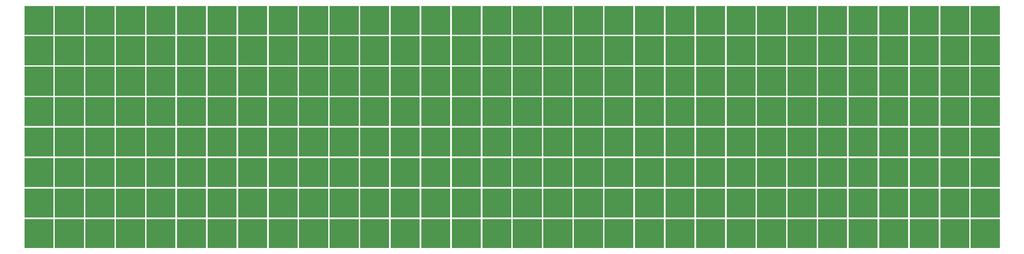
<source format=gts>
G04 #@! TF.GenerationSoftware,KiCad,Pcbnew,6.0.8+dfsg-1~bpo11+1*
G04 #@! TF.CreationDate,2023-05-15T15:14:38-04:00*
G04 #@! TF.ProjectId,08_padded_interleaved_loose,30385f70-6164-4646-9564-5f696e746572,rev?*
G04 #@! TF.SameCoordinates,Original*
G04 #@! TF.FileFunction,Soldermask,Top*
G04 #@! TF.FilePolarity,Negative*
%FSLAX46Y46*%
G04 Gerber Fmt 4.6, Leading zero omitted, Abs format (unit mm)*
G04 Created by KiCad (PCBNEW 6.0.8+dfsg-1~bpo11+1) date 2023-05-15 15:14:38*
%MOMM*%
%LPD*%
G01*
G04 APERTURE LIST*
G04 APERTURE END LIST*
G36*
X63235000Y-56155000D02*
G01*
X68935000Y-56155000D01*
X68935000Y-61855000D01*
X63235000Y-61855000D01*
X63235000Y-56155000D01*
G37*
G36*
X63235000Y-62155000D02*
G01*
X68935000Y-62155000D01*
X68935000Y-67855000D01*
X63235000Y-67855000D01*
X63235000Y-62155000D01*
G37*
G36*
X63235000Y-68155000D02*
G01*
X68935000Y-68155000D01*
X68935000Y-73855000D01*
X63235000Y-73855000D01*
X63235000Y-68155000D01*
G37*
G36*
X63235000Y-74155000D02*
G01*
X68935000Y-74155000D01*
X68935000Y-79855000D01*
X63235000Y-79855000D01*
X63235000Y-74155000D01*
G37*
G36*
X63235000Y-80155000D02*
G01*
X68935000Y-80155000D01*
X68935000Y-85855000D01*
X63235000Y-85855000D01*
X63235000Y-80155000D01*
G37*
G36*
X63235000Y-86155000D02*
G01*
X68935000Y-86155000D01*
X68935000Y-91855000D01*
X63235000Y-91855000D01*
X63235000Y-86155000D01*
G37*
G36*
X63235000Y-92155000D02*
G01*
X68935000Y-92155000D01*
X68935000Y-97855000D01*
X63235000Y-97855000D01*
X63235000Y-92155000D01*
G37*
G36*
X63235000Y-98155000D02*
G01*
X68935000Y-98155000D01*
X68935000Y-103855000D01*
X63235000Y-103855000D01*
X63235000Y-98155000D01*
G37*
G36*
X69235000Y-56155000D02*
G01*
X74935000Y-56155000D01*
X74935000Y-61855000D01*
X69235000Y-61855000D01*
X69235000Y-56155000D01*
G37*
G36*
X69235000Y-62155000D02*
G01*
X74935000Y-62155000D01*
X74935000Y-67855000D01*
X69235000Y-67855000D01*
X69235000Y-62155000D01*
G37*
G36*
X69235000Y-68155000D02*
G01*
X74935000Y-68155000D01*
X74935000Y-73855000D01*
X69235000Y-73855000D01*
X69235000Y-68155000D01*
G37*
G36*
X69235000Y-74155000D02*
G01*
X74935000Y-74155000D01*
X74935000Y-79855000D01*
X69235000Y-79855000D01*
X69235000Y-74155000D01*
G37*
G36*
X69235000Y-80155000D02*
G01*
X74935000Y-80155000D01*
X74935000Y-85855000D01*
X69235000Y-85855000D01*
X69235000Y-80155000D01*
G37*
G36*
X69235000Y-86155000D02*
G01*
X74935000Y-86155000D01*
X74935000Y-91855000D01*
X69235000Y-91855000D01*
X69235000Y-86155000D01*
G37*
G36*
X69235000Y-92155000D02*
G01*
X74935000Y-92155000D01*
X74935000Y-97855000D01*
X69235000Y-97855000D01*
X69235000Y-92155000D01*
G37*
G36*
X69235000Y-98155000D02*
G01*
X74935000Y-98155000D01*
X74935000Y-103855000D01*
X69235000Y-103855000D01*
X69235000Y-98155000D01*
G37*
G36*
X75235000Y-56155000D02*
G01*
X80935000Y-56155000D01*
X80935000Y-61855000D01*
X75235000Y-61855000D01*
X75235000Y-56155000D01*
G37*
G36*
X75235000Y-62155000D02*
G01*
X80935000Y-62155000D01*
X80935000Y-67855000D01*
X75235000Y-67855000D01*
X75235000Y-62155000D01*
G37*
G36*
X75235000Y-68155000D02*
G01*
X80935000Y-68155000D01*
X80935000Y-73855000D01*
X75235000Y-73855000D01*
X75235000Y-68155000D01*
G37*
G36*
X75235000Y-74155000D02*
G01*
X80935000Y-74155000D01*
X80935000Y-79855000D01*
X75235000Y-79855000D01*
X75235000Y-74155000D01*
G37*
G36*
X75235000Y-80155000D02*
G01*
X80935000Y-80155000D01*
X80935000Y-85855000D01*
X75235000Y-85855000D01*
X75235000Y-80155000D01*
G37*
G36*
X75235000Y-86155000D02*
G01*
X80935000Y-86155000D01*
X80935000Y-91855000D01*
X75235000Y-91855000D01*
X75235000Y-86155000D01*
G37*
G36*
X75235000Y-92155000D02*
G01*
X80935000Y-92155000D01*
X80935000Y-97855000D01*
X75235000Y-97855000D01*
X75235000Y-92155000D01*
G37*
G36*
X75235000Y-98155000D02*
G01*
X80935000Y-98155000D01*
X80935000Y-103855000D01*
X75235000Y-103855000D01*
X75235000Y-98155000D01*
G37*
G36*
X81235000Y-56155000D02*
G01*
X86935000Y-56155000D01*
X86935000Y-61855000D01*
X81235000Y-61855000D01*
X81235000Y-56155000D01*
G37*
G36*
X81235000Y-62155000D02*
G01*
X86935000Y-62155000D01*
X86935000Y-67855000D01*
X81235000Y-67855000D01*
X81235000Y-62155000D01*
G37*
G36*
X81235000Y-68155000D02*
G01*
X86935000Y-68155000D01*
X86935000Y-73855000D01*
X81235000Y-73855000D01*
X81235000Y-68155000D01*
G37*
G36*
X81235000Y-74155000D02*
G01*
X86935000Y-74155000D01*
X86935000Y-79855000D01*
X81235000Y-79855000D01*
X81235000Y-74155000D01*
G37*
G36*
X81235000Y-80155000D02*
G01*
X86935000Y-80155000D01*
X86935000Y-85855000D01*
X81235000Y-85855000D01*
X81235000Y-80155000D01*
G37*
G36*
X81235000Y-86155000D02*
G01*
X86935000Y-86155000D01*
X86935000Y-91855000D01*
X81235000Y-91855000D01*
X81235000Y-86155000D01*
G37*
G36*
X81235000Y-92155000D02*
G01*
X86935000Y-92155000D01*
X86935000Y-97855000D01*
X81235000Y-97855000D01*
X81235000Y-92155000D01*
G37*
G36*
X81235000Y-98155000D02*
G01*
X86935000Y-98155000D01*
X86935000Y-103855000D01*
X81235000Y-103855000D01*
X81235000Y-98155000D01*
G37*
G36*
X87235000Y-56155000D02*
G01*
X92935000Y-56155000D01*
X92935000Y-61855000D01*
X87235000Y-61855000D01*
X87235000Y-56155000D01*
G37*
G36*
X87235000Y-62155000D02*
G01*
X92935000Y-62155000D01*
X92935000Y-67855000D01*
X87235000Y-67855000D01*
X87235000Y-62155000D01*
G37*
G36*
X87235000Y-68155000D02*
G01*
X92935000Y-68155000D01*
X92935000Y-73855000D01*
X87235000Y-73855000D01*
X87235000Y-68155000D01*
G37*
G36*
X87235000Y-74155000D02*
G01*
X92935000Y-74155000D01*
X92935000Y-79855000D01*
X87235000Y-79855000D01*
X87235000Y-74155000D01*
G37*
G36*
X87235000Y-80155000D02*
G01*
X92935000Y-80155000D01*
X92935000Y-85855000D01*
X87235000Y-85855000D01*
X87235000Y-80155000D01*
G37*
G36*
X87235000Y-86155000D02*
G01*
X92935000Y-86155000D01*
X92935000Y-91855000D01*
X87235000Y-91855000D01*
X87235000Y-86155000D01*
G37*
G36*
X87235000Y-92155000D02*
G01*
X92935000Y-92155000D01*
X92935000Y-97855000D01*
X87235000Y-97855000D01*
X87235000Y-92155000D01*
G37*
G36*
X87235000Y-98155000D02*
G01*
X92935000Y-98155000D01*
X92935000Y-103855000D01*
X87235000Y-103855000D01*
X87235000Y-98155000D01*
G37*
G36*
X93235000Y-56155000D02*
G01*
X98935000Y-56155000D01*
X98935000Y-61855000D01*
X93235000Y-61855000D01*
X93235000Y-56155000D01*
G37*
G36*
X93235000Y-62155000D02*
G01*
X98935000Y-62155000D01*
X98935000Y-67855000D01*
X93235000Y-67855000D01*
X93235000Y-62155000D01*
G37*
G36*
X93235000Y-68155000D02*
G01*
X98935000Y-68155000D01*
X98935000Y-73855000D01*
X93235000Y-73855000D01*
X93235000Y-68155000D01*
G37*
G36*
X93235000Y-74155000D02*
G01*
X98935000Y-74155000D01*
X98935000Y-79855000D01*
X93235000Y-79855000D01*
X93235000Y-74155000D01*
G37*
G36*
X93235000Y-80155000D02*
G01*
X98935000Y-80155000D01*
X98935000Y-85855000D01*
X93235000Y-85855000D01*
X93235000Y-80155000D01*
G37*
G36*
X93235000Y-86155000D02*
G01*
X98935000Y-86155000D01*
X98935000Y-91855000D01*
X93235000Y-91855000D01*
X93235000Y-86155000D01*
G37*
G36*
X93235000Y-92155000D02*
G01*
X98935000Y-92155000D01*
X98935000Y-97855000D01*
X93235000Y-97855000D01*
X93235000Y-92155000D01*
G37*
G36*
X93235000Y-98155000D02*
G01*
X98935000Y-98155000D01*
X98935000Y-103855000D01*
X93235000Y-103855000D01*
X93235000Y-98155000D01*
G37*
G36*
X99235000Y-56155000D02*
G01*
X104935000Y-56155000D01*
X104935000Y-61855000D01*
X99235000Y-61855000D01*
X99235000Y-56155000D01*
G37*
G36*
X99235000Y-62155000D02*
G01*
X104935000Y-62155000D01*
X104935000Y-67855000D01*
X99235000Y-67855000D01*
X99235000Y-62155000D01*
G37*
G36*
X99235000Y-68155000D02*
G01*
X104935000Y-68155000D01*
X104935000Y-73855000D01*
X99235000Y-73855000D01*
X99235000Y-68155000D01*
G37*
G36*
X99235000Y-74155000D02*
G01*
X104935000Y-74155000D01*
X104935000Y-79855000D01*
X99235000Y-79855000D01*
X99235000Y-74155000D01*
G37*
G36*
X99235000Y-80155000D02*
G01*
X104935000Y-80155000D01*
X104935000Y-85855000D01*
X99235000Y-85855000D01*
X99235000Y-80155000D01*
G37*
G36*
X99235000Y-86155000D02*
G01*
X104935000Y-86155000D01*
X104935000Y-91855000D01*
X99235000Y-91855000D01*
X99235000Y-86155000D01*
G37*
G36*
X99235000Y-92155000D02*
G01*
X104935000Y-92155000D01*
X104935000Y-97855000D01*
X99235000Y-97855000D01*
X99235000Y-92155000D01*
G37*
G36*
X99235000Y-98155000D02*
G01*
X104935000Y-98155000D01*
X104935000Y-103855000D01*
X99235000Y-103855000D01*
X99235000Y-98155000D01*
G37*
G36*
X105235000Y-56155000D02*
G01*
X110935000Y-56155000D01*
X110935000Y-61855000D01*
X105235000Y-61855000D01*
X105235000Y-56155000D01*
G37*
G36*
X105235000Y-62155000D02*
G01*
X110935000Y-62155000D01*
X110935000Y-67855000D01*
X105235000Y-67855000D01*
X105235000Y-62155000D01*
G37*
G36*
X105235000Y-68155000D02*
G01*
X110935000Y-68155000D01*
X110935000Y-73855000D01*
X105235000Y-73855000D01*
X105235000Y-68155000D01*
G37*
G36*
X105235000Y-74155000D02*
G01*
X110935000Y-74155000D01*
X110935000Y-79855000D01*
X105235000Y-79855000D01*
X105235000Y-74155000D01*
G37*
G36*
X105235000Y-80155000D02*
G01*
X110935000Y-80155000D01*
X110935000Y-85855000D01*
X105235000Y-85855000D01*
X105235000Y-80155000D01*
G37*
G36*
X105235000Y-86155000D02*
G01*
X110935000Y-86155000D01*
X110935000Y-91855000D01*
X105235000Y-91855000D01*
X105235000Y-86155000D01*
G37*
G36*
X105235000Y-92155000D02*
G01*
X110935000Y-92155000D01*
X110935000Y-97855000D01*
X105235000Y-97855000D01*
X105235000Y-92155000D01*
G37*
G36*
X105235000Y-98155000D02*
G01*
X110935000Y-98155000D01*
X110935000Y-103855000D01*
X105235000Y-103855000D01*
X105235000Y-98155000D01*
G37*
G36*
X111235000Y-56155000D02*
G01*
X116935000Y-56155000D01*
X116935000Y-61855000D01*
X111235000Y-61855000D01*
X111235000Y-56155000D01*
G37*
G36*
X111235000Y-62155000D02*
G01*
X116935000Y-62155000D01*
X116935000Y-67855000D01*
X111235000Y-67855000D01*
X111235000Y-62155000D01*
G37*
G36*
X111235000Y-68155000D02*
G01*
X116935000Y-68155000D01*
X116935000Y-73855000D01*
X111235000Y-73855000D01*
X111235000Y-68155000D01*
G37*
G36*
X111235000Y-74155000D02*
G01*
X116935000Y-74155000D01*
X116935000Y-79855000D01*
X111235000Y-79855000D01*
X111235000Y-74155000D01*
G37*
G36*
X111235000Y-80155000D02*
G01*
X116935000Y-80155000D01*
X116935000Y-85855000D01*
X111235000Y-85855000D01*
X111235000Y-80155000D01*
G37*
G36*
X111235000Y-86155000D02*
G01*
X116935000Y-86155000D01*
X116935000Y-91855000D01*
X111235000Y-91855000D01*
X111235000Y-86155000D01*
G37*
G36*
X111235000Y-92155000D02*
G01*
X116935000Y-92155000D01*
X116935000Y-97855000D01*
X111235000Y-97855000D01*
X111235000Y-92155000D01*
G37*
G36*
X111235000Y-98155000D02*
G01*
X116935000Y-98155000D01*
X116935000Y-103855000D01*
X111235000Y-103855000D01*
X111235000Y-98155000D01*
G37*
G36*
X117235000Y-56155000D02*
G01*
X122935000Y-56155000D01*
X122935000Y-61855000D01*
X117235000Y-61855000D01*
X117235000Y-56155000D01*
G37*
G36*
X117235000Y-62155000D02*
G01*
X122935000Y-62155000D01*
X122935000Y-67855000D01*
X117235000Y-67855000D01*
X117235000Y-62155000D01*
G37*
G36*
X117235000Y-68155000D02*
G01*
X122935000Y-68155000D01*
X122935000Y-73855000D01*
X117235000Y-73855000D01*
X117235000Y-68155000D01*
G37*
G36*
X117235000Y-74155000D02*
G01*
X122935000Y-74155000D01*
X122935000Y-79855000D01*
X117235000Y-79855000D01*
X117235000Y-74155000D01*
G37*
G36*
X117235000Y-80155000D02*
G01*
X122935000Y-80155000D01*
X122935000Y-85855000D01*
X117235000Y-85855000D01*
X117235000Y-80155000D01*
G37*
G36*
X117235000Y-86155000D02*
G01*
X122935000Y-86155000D01*
X122935000Y-91855000D01*
X117235000Y-91855000D01*
X117235000Y-86155000D01*
G37*
G36*
X117235000Y-92155000D02*
G01*
X122935000Y-92155000D01*
X122935000Y-97855000D01*
X117235000Y-97855000D01*
X117235000Y-92155000D01*
G37*
G36*
X117235000Y-98155000D02*
G01*
X122935000Y-98155000D01*
X122935000Y-103855000D01*
X117235000Y-103855000D01*
X117235000Y-98155000D01*
G37*
G36*
X123235000Y-56155000D02*
G01*
X128935000Y-56155000D01*
X128935000Y-61855000D01*
X123235000Y-61855000D01*
X123235000Y-56155000D01*
G37*
G36*
X123235000Y-62155000D02*
G01*
X128935000Y-62155000D01*
X128935000Y-67855000D01*
X123235000Y-67855000D01*
X123235000Y-62155000D01*
G37*
G36*
X123235000Y-68155000D02*
G01*
X128935000Y-68155000D01*
X128935000Y-73855000D01*
X123235000Y-73855000D01*
X123235000Y-68155000D01*
G37*
G36*
X123235000Y-74155000D02*
G01*
X128935000Y-74155000D01*
X128935000Y-79855000D01*
X123235000Y-79855000D01*
X123235000Y-74155000D01*
G37*
G36*
X123235000Y-80155000D02*
G01*
X128935000Y-80155000D01*
X128935000Y-85855000D01*
X123235000Y-85855000D01*
X123235000Y-80155000D01*
G37*
G36*
X123235000Y-86155000D02*
G01*
X128935000Y-86155000D01*
X128935000Y-91855000D01*
X123235000Y-91855000D01*
X123235000Y-86155000D01*
G37*
G36*
X123235000Y-92155000D02*
G01*
X128935000Y-92155000D01*
X128935000Y-97855000D01*
X123235000Y-97855000D01*
X123235000Y-92155000D01*
G37*
G36*
X123235000Y-98155000D02*
G01*
X128935000Y-98155000D01*
X128935000Y-103855000D01*
X123235000Y-103855000D01*
X123235000Y-98155000D01*
G37*
G36*
X129235000Y-56155000D02*
G01*
X134935000Y-56155000D01*
X134935000Y-61855000D01*
X129235000Y-61855000D01*
X129235000Y-56155000D01*
G37*
G36*
X129235000Y-62155000D02*
G01*
X134935000Y-62155000D01*
X134935000Y-67855000D01*
X129235000Y-67855000D01*
X129235000Y-62155000D01*
G37*
G36*
X129235000Y-68155000D02*
G01*
X134935000Y-68155000D01*
X134935000Y-73855000D01*
X129235000Y-73855000D01*
X129235000Y-68155000D01*
G37*
G36*
X129235000Y-74155000D02*
G01*
X134935000Y-74155000D01*
X134935000Y-79855000D01*
X129235000Y-79855000D01*
X129235000Y-74155000D01*
G37*
G36*
X129235000Y-80155000D02*
G01*
X134935000Y-80155000D01*
X134935000Y-85855000D01*
X129235000Y-85855000D01*
X129235000Y-80155000D01*
G37*
G36*
X129235000Y-86155000D02*
G01*
X134935000Y-86155000D01*
X134935000Y-91855000D01*
X129235000Y-91855000D01*
X129235000Y-86155000D01*
G37*
G36*
X129235000Y-92155000D02*
G01*
X134935000Y-92155000D01*
X134935000Y-97855000D01*
X129235000Y-97855000D01*
X129235000Y-92155000D01*
G37*
G36*
X129235000Y-98155000D02*
G01*
X134935000Y-98155000D01*
X134935000Y-103855000D01*
X129235000Y-103855000D01*
X129235000Y-98155000D01*
G37*
G36*
X135235000Y-56155000D02*
G01*
X140935000Y-56155000D01*
X140935000Y-61855000D01*
X135235000Y-61855000D01*
X135235000Y-56155000D01*
G37*
G36*
X135235000Y-62155000D02*
G01*
X140935000Y-62155000D01*
X140935000Y-67855000D01*
X135235000Y-67855000D01*
X135235000Y-62155000D01*
G37*
G36*
X135235000Y-68155000D02*
G01*
X140935000Y-68155000D01*
X140935000Y-73855000D01*
X135235000Y-73855000D01*
X135235000Y-68155000D01*
G37*
G36*
X135235000Y-74155000D02*
G01*
X140935000Y-74155000D01*
X140935000Y-79855000D01*
X135235000Y-79855000D01*
X135235000Y-74155000D01*
G37*
G36*
X135235000Y-80155000D02*
G01*
X140935000Y-80155000D01*
X140935000Y-85855000D01*
X135235000Y-85855000D01*
X135235000Y-80155000D01*
G37*
G36*
X135235000Y-86155000D02*
G01*
X140935000Y-86155000D01*
X140935000Y-91855000D01*
X135235000Y-91855000D01*
X135235000Y-86155000D01*
G37*
G36*
X135235000Y-92155000D02*
G01*
X140935000Y-92155000D01*
X140935000Y-97855000D01*
X135235000Y-97855000D01*
X135235000Y-92155000D01*
G37*
G36*
X135235000Y-98155000D02*
G01*
X140935000Y-98155000D01*
X140935000Y-103855000D01*
X135235000Y-103855000D01*
X135235000Y-98155000D01*
G37*
G36*
X141235000Y-56155000D02*
G01*
X146935000Y-56155000D01*
X146935000Y-61855000D01*
X141235000Y-61855000D01*
X141235000Y-56155000D01*
G37*
G36*
X141235000Y-62155000D02*
G01*
X146935000Y-62155000D01*
X146935000Y-67855000D01*
X141235000Y-67855000D01*
X141235000Y-62155000D01*
G37*
G36*
X141235000Y-68155000D02*
G01*
X146935000Y-68155000D01*
X146935000Y-73855000D01*
X141235000Y-73855000D01*
X141235000Y-68155000D01*
G37*
G36*
X141235000Y-74155000D02*
G01*
X146935000Y-74155000D01*
X146935000Y-79855000D01*
X141235000Y-79855000D01*
X141235000Y-74155000D01*
G37*
G36*
X141235000Y-80155000D02*
G01*
X146935000Y-80155000D01*
X146935000Y-85855000D01*
X141235000Y-85855000D01*
X141235000Y-80155000D01*
G37*
G36*
X141235000Y-86155000D02*
G01*
X146935000Y-86155000D01*
X146935000Y-91855000D01*
X141235000Y-91855000D01*
X141235000Y-86155000D01*
G37*
G36*
X141235000Y-92155000D02*
G01*
X146935000Y-92155000D01*
X146935000Y-97855000D01*
X141235000Y-97855000D01*
X141235000Y-92155000D01*
G37*
G36*
X141235000Y-98155000D02*
G01*
X146935000Y-98155000D01*
X146935000Y-103855000D01*
X141235000Y-103855000D01*
X141235000Y-98155000D01*
G37*
G36*
X147235000Y-56155000D02*
G01*
X152935000Y-56155000D01*
X152935000Y-61855000D01*
X147235000Y-61855000D01*
X147235000Y-56155000D01*
G37*
G36*
X147235000Y-62155000D02*
G01*
X152935000Y-62155000D01*
X152935000Y-67855000D01*
X147235000Y-67855000D01*
X147235000Y-62155000D01*
G37*
G36*
X147235000Y-68155000D02*
G01*
X152935000Y-68155000D01*
X152935000Y-73855000D01*
X147235000Y-73855000D01*
X147235000Y-68155000D01*
G37*
G36*
X147235000Y-74155000D02*
G01*
X152935000Y-74155000D01*
X152935000Y-79855000D01*
X147235000Y-79855000D01*
X147235000Y-74155000D01*
G37*
G36*
X147235000Y-80155000D02*
G01*
X152935000Y-80155000D01*
X152935000Y-85855000D01*
X147235000Y-85855000D01*
X147235000Y-80155000D01*
G37*
G36*
X147235000Y-86155000D02*
G01*
X152935000Y-86155000D01*
X152935000Y-91855000D01*
X147235000Y-91855000D01*
X147235000Y-86155000D01*
G37*
G36*
X147235000Y-92155000D02*
G01*
X152935000Y-92155000D01*
X152935000Y-97855000D01*
X147235000Y-97855000D01*
X147235000Y-92155000D01*
G37*
G36*
X147235000Y-98155000D02*
G01*
X152935000Y-98155000D01*
X152935000Y-103855000D01*
X147235000Y-103855000D01*
X147235000Y-98155000D01*
G37*
G36*
X153235000Y-56155000D02*
G01*
X158935000Y-56155000D01*
X158935000Y-61855000D01*
X153235000Y-61855000D01*
X153235000Y-56155000D01*
G37*
G36*
X153235000Y-62155000D02*
G01*
X158935000Y-62155000D01*
X158935000Y-67855000D01*
X153235000Y-67855000D01*
X153235000Y-62155000D01*
G37*
G36*
X153235000Y-68155000D02*
G01*
X158935000Y-68155000D01*
X158935000Y-73855000D01*
X153235000Y-73855000D01*
X153235000Y-68155000D01*
G37*
G36*
X153235000Y-74155000D02*
G01*
X158935000Y-74155000D01*
X158935000Y-79855000D01*
X153235000Y-79855000D01*
X153235000Y-74155000D01*
G37*
G36*
X153235000Y-80155000D02*
G01*
X158935000Y-80155000D01*
X158935000Y-85855000D01*
X153235000Y-85855000D01*
X153235000Y-80155000D01*
G37*
G36*
X153235000Y-86155000D02*
G01*
X158935000Y-86155000D01*
X158935000Y-91855000D01*
X153235000Y-91855000D01*
X153235000Y-86155000D01*
G37*
G36*
X153235000Y-92155000D02*
G01*
X158935000Y-92155000D01*
X158935000Y-97855000D01*
X153235000Y-97855000D01*
X153235000Y-92155000D01*
G37*
G36*
X153235000Y-98155000D02*
G01*
X158935000Y-98155000D01*
X158935000Y-103855000D01*
X153235000Y-103855000D01*
X153235000Y-98155000D01*
G37*
G36*
X159235000Y-56155000D02*
G01*
X164935000Y-56155000D01*
X164935000Y-61855000D01*
X159235000Y-61855000D01*
X159235000Y-56155000D01*
G37*
G36*
X159235000Y-62155000D02*
G01*
X164935000Y-62155000D01*
X164935000Y-67855000D01*
X159235000Y-67855000D01*
X159235000Y-62155000D01*
G37*
G36*
X159235000Y-68155000D02*
G01*
X164935000Y-68155000D01*
X164935000Y-73855000D01*
X159235000Y-73855000D01*
X159235000Y-68155000D01*
G37*
G36*
X159235000Y-74155000D02*
G01*
X164935000Y-74155000D01*
X164935000Y-79855000D01*
X159235000Y-79855000D01*
X159235000Y-74155000D01*
G37*
G36*
X159235000Y-80155000D02*
G01*
X164935000Y-80155000D01*
X164935000Y-85855000D01*
X159235000Y-85855000D01*
X159235000Y-80155000D01*
G37*
G36*
X159235000Y-86155000D02*
G01*
X164935000Y-86155000D01*
X164935000Y-91855000D01*
X159235000Y-91855000D01*
X159235000Y-86155000D01*
G37*
G36*
X159235000Y-92155000D02*
G01*
X164935000Y-92155000D01*
X164935000Y-97855000D01*
X159235000Y-97855000D01*
X159235000Y-92155000D01*
G37*
G36*
X159235000Y-98155000D02*
G01*
X164935000Y-98155000D01*
X164935000Y-103855000D01*
X159235000Y-103855000D01*
X159235000Y-98155000D01*
G37*
G36*
X165235000Y-56155000D02*
G01*
X170935000Y-56155000D01*
X170935000Y-61855000D01*
X165235000Y-61855000D01*
X165235000Y-56155000D01*
G37*
G36*
X165235000Y-62155000D02*
G01*
X170935000Y-62155000D01*
X170935000Y-67855000D01*
X165235000Y-67855000D01*
X165235000Y-62155000D01*
G37*
G36*
X165235000Y-68155000D02*
G01*
X170935000Y-68155000D01*
X170935000Y-73855000D01*
X165235000Y-73855000D01*
X165235000Y-68155000D01*
G37*
G36*
X165235000Y-74155000D02*
G01*
X170935000Y-74155000D01*
X170935000Y-79855000D01*
X165235000Y-79855000D01*
X165235000Y-74155000D01*
G37*
G36*
X165235000Y-80155000D02*
G01*
X170935000Y-80155000D01*
X170935000Y-85855000D01*
X165235000Y-85855000D01*
X165235000Y-80155000D01*
G37*
G36*
X165235000Y-86155000D02*
G01*
X170935000Y-86155000D01*
X170935000Y-91855000D01*
X165235000Y-91855000D01*
X165235000Y-86155000D01*
G37*
G36*
X165235000Y-92155000D02*
G01*
X170935000Y-92155000D01*
X170935000Y-97855000D01*
X165235000Y-97855000D01*
X165235000Y-92155000D01*
G37*
G36*
X165235000Y-98155000D02*
G01*
X170935000Y-98155000D01*
X170935000Y-103855000D01*
X165235000Y-103855000D01*
X165235000Y-98155000D01*
G37*
G36*
X171235000Y-56155000D02*
G01*
X176935000Y-56155000D01*
X176935000Y-61855000D01*
X171235000Y-61855000D01*
X171235000Y-56155000D01*
G37*
G36*
X171235000Y-62155000D02*
G01*
X176935000Y-62155000D01*
X176935000Y-67855000D01*
X171235000Y-67855000D01*
X171235000Y-62155000D01*
G37*
G36*
X171235000Y-68155000D02*
G01*
X176935000Y-68155000D01*
X176935000Y-73855000D01*
X171235000Y-73855000D01*
X171235000Y-68155000D01*
G37*
G36*
X171235000Y-74155000D02*
G01*
X176935000Y-74155000D01*
X176935000Y-79855000D01*
X171235000Y-79855000D01*
X171235000Y-74155000D01*
G37*
G36*
X171235000Y-80155000D02*
G01*
X176935000Y-80155000D01*
X176935000Y-85855000D01*
X171235000Y-85855000D01*
X171235000Y-80155000D01*
G37*
G36*
X171235000Y-86155000D02*
G01*
X176935000Y-86155000D01*
X176935000Y-91855000D01*
X171235000Y-91855000D01*
X171235000Y-86155000D01*
G37*
G36*
X171235000Y-92155000D02*
G01*
X176935000Y-92155000D01*
X176935000Y-97855000D01*
X171235000Y-97855000D01*
X171235000Y-92155000D01*
G37*
G36*
X171235000Y-98155000D02*
G01*
X176935000Y-98155000D01*
X176935000Y-103855000D01*
X171235000Y-103855000D01*
X171235000Y-98155000D01*
G37*
G36*
X177235000Y-56155000D02*
G01*
X182935000Y-56155000D01*
X182935000Y-61855000D01*
X177235000Y-61855000D01*
X177235000Y-56155000D01*
G37*
G36*
X177235000Y-62155000D02*
G01*
X182935000Y-62155000D01*
X182935000Y-67855000D01*
X177235000Y-67855000D01*
X177235000Y-62155000D01*
G37*
G36*
X177235000Y-68155000D02*
G01*
X182935000Y-68155000D01*
X182935000Y-73855000D01*
X177235000Y-73855000D01*
X177235000Y-68155000D01*
G37*
G36*
X177235000Y-74155000D02*
G01*
X182935000Y-74155000D01*
X182935000Y-79855000D01*
X177235000Y-79855000D01*
X177235000Y-74155000D01*
G37*
G36*
X177235000Y-80155000D02*
G01*
X182935000Y-80155000D01*
X182935000Y-85855000D01*
X177235000Y-85855000D01*
X177235000Y-80155000D01*
G37*
G36*
X177235000Y-86155000D02*
G01*
X182935000Y-86155000D01*
X182935000Y-91855000D01*
X177235000Y-91855000D01*
X177235000Y-86155000D01*
G37*
G36*
X177235000Y-92155000D02*
G01*
X182935000Y-92155000D01*
X182935000Y-97855000D01*
X177235000Y-97855000D01*
X177235000Y-92155000D01*
G37*
G36*
X177235000Y-98155000D02*
G01*
X182935000Y-98155000D01*
X182935000Y-103855000D01*
X177235000Y-103855000D01*
X177235000Y-98155000D01*
G37*
G36*
X183235000Y-56155000D02*
G01*
X188935000Y-56155000D01*
X188935000Y-61855000D01*
X183235000Y-61855000D01*
X183235000Y-56155000D01*
G37*
G36*
X183235000Y-62155000D02*
G01*
X188935000Y-62155000D01*
X188935000Y-67855000D01*
X183235000Y-67855000D01*
X183235000Y-62155000D01*
G37*
G36*
X183235000Y-68155000D02*
G01*
X188935000Y-68155000D01*
X188935000Y-73855000D01*
X183235000Y-73855000D01*
X183235000Y-68155000D01*
G37*
G36*
X183235000Y-74155000D02*
G01*
X188935000Y-74155000D01*
X188935000Y-79855000D01*
X183235000Y-79855000D01*
X183235000Y-74155000D01*
G37*
G36*
X183235000Y-80155000D02*
G01*
X188935000Y-80155000D01*
X188935000Y-85855000D01*
X183235000Y-85855000D01*
X183235000Y-80155000D01*
G37*
G36*
X183235000Y-86155000D02*
G01*
X188935000Y-86155000D01*
X188935000Y-91855000D01*
X183235000Y-91855000D01*
X183235000Y-86155000D01*
G37*
G36*
X183235000Y-92155000D02*
G01*
X188935000Y-92155000D01*
X188935000Y-97855000D01*
X183235000Y-97855000D01*
X183235000Y-92155000D01*
G37*
G36*
X183235000Y-98155000D02*
G01*
X188935000Y-98155000D01*
X188935000Y-103855000D01*
X183235000Y-103855000D01*
X183235000Y-98155000D01*
G37*
G36*
X189235000Y-56155000D02*
G01*
X194935000Y-56155000D01*
X194935000Y-61855000D01*
X189235000Y-61855000D01*
X189235000Y-56155000D01*
G37*
G36*
X189235000Y-62155000D02*
G01*
X194935000Y-62155000D01*
X194935000Y-67855000D01*
X189235000Y-67855000D01*
X189235000Y-62155000D01*
G37*
G36*
X189235000Y-68155000D02*
G01*
X194935000Y-68155000D01*
X194935000Y-73855000D01*
X189235000Y-73855000D01*
X189235000Y-68155000D01*
G37*
G36*
X189235000Y-74155000D02*
G01*
X194935000Y-74155000D01*
X194935000Y-79855000D01*
X189235000Y-79855000D01*
X189235000Y-74155000D01*
G37*
G36*
X189235000Y-80155000D02*
G01*
X194935000Y-80155000D01*
X194935000Y-85855000D01*
X189235000Y-85855000D01*
X189235000Y-80155000D01*
G37*
G36*
X189235000Y-86155000D02*
G01*
X194935000Y-86155000D01*
X194935000Y-91855000D01*
X189235000Y-91855000D01*
X189235000Y-86155000D01*
G37*
G36*
X189235000Y-92155000D02*
G01*
X194935000Y-92155000D01*
X194935000Y-97855000D01*
X189235000Y-97855000D01*
X189235000Y-92155000D01*
G37*
G36*
X189235000Y-98155000D02*
G01*
X194935000Y-98155000D01*
X194935000Y-103855000D01*
X189235000Y-103855000D01*
X189235000Y-98155000D01*
G37*
G36*
X195235000Y-56155000D02*
G01*
X200935000Y-56155000D01*
X200935000Y-61855000D01*
X195235000Y-61855000D01*
X195235000Y-56155000D01*
G37*
G36*
X195235000Y-62155000D02*
G01*
X200935000Y-62155000D01*
X200935000Y-67855000D01*
X195235000Y-67855000D01*
X195235000Y-62155000D01*
G37*
G36*
X195235000Y-68155000D02*
G01*
X200935000Y-68155000D01*
X200935000Y-73855000D01*
X195235000Y-73855000D01*
X195235000Y-68155000D01*
G37*
G36*
X195235000Y-74155000D02*
G01*
X200935000Y-74155000D01*
X200935000Y-79855000D01*
X195235000Y-79855000D01*
X195235000Y-74155000D01*
G37*
G36*
X195235000Y-80155000D02*
G01*
X200935000Y-80155000D01*
X200935000Y-85855000D01*
X195235000Y-85855000D01*
X195235000Y-80155000D01*
G37*
G36*
X195235000Y-86155000D02*
G01*
X200935000Y-86155000D01*
X200935000Y-91855000D01*
X195235000Y-91855000D01*
X195235000Y-86155000D01*
G37*
G36*
X195235000Y-92155000D02*
G01*
X200935000Y-92155000D01*
X200935000Y-97855000D01*
X195235000Y-97855000D01*
X195235000Y-92155000D01*
G37*
G36*
X195235000Y-98155000D02*
G01*
X200935000Y-98155000D01*
X200935000Y-103855000D01*
X195235000Y-103855000D01*
X195235000Y-98155000D01*
G37*
G36*
X201235000Y-56155000D02*
G01*
X206935000Y-56155000D01*
X206935000Y-61855000D01*
X201235000Y-61855000D01*
X201235000Y-56155000D01*
G37*
G36*
X201235000Y-62155000D02*
G01*
X206935000Y-62155000D01*
X206935000Y-67855000D01*
X201235000Y-67855000D01*
X201235000Y-62155000D01*
G37*
G36*
X201235000Y-68155000D02*
G01*
X206935000Y-68155000D01*
X206935000Y-73855000D01*
X201235000Y-73855000D01*
X201235000Y-68155000D01*
G37*
G36*
X201235000Y-74155000D02*
G01*
X206935000Y-74155000D01*
X206935000Y-79855000D01*
X201235000Y-79855000D01*
X201235000Y-74155000D01*
G37*
G36*
X201235000Y-80155000D02*
G01*
X206935000Y-80155000D01*
X206935000Y-85855000D01*
X201235000Y-85855000D01*
X201235000Y-80155000D01*
G37*
G36*
X201235000Y-86155000D02*
G01*
X206935000Y-86155000D01*
X206935000Y-91855000D01*
X201235000Y-91855000D01*
X201235000Y-86155000D01*
G37*
G36*
X201235000Y-92155000D02*
G01*
X206935000Y-92155000D01*
X206935000Y-97855000D01*
X201235000Y-97855000D01*
X201235000Y-92155000D01*
G37*
G36*
X201235000Y-98155000D02*
G01*
X206935000Y-98155000D01*
X206935000Y-103855000D01*
X201235000Y-103855000D01*
X201235000Y-98155000D01*
G37*
G36*
X207235000Y-56155000D02*
G01*
X212935000Y-56155000D01*
X212935000Y-61855000D01*
X207235000Y-61855000D01*
X207235000Y-56155000D01*
G37*
G36*
X207235000Y-62155000D02*
G01*
X212935000Y-62155000D01*
X212935000Y-67855000D01*
X207235000Y-67855000D01*
X207235000Y-62155000D01*
G37*
G36*
X207235000Y-68155000D02*
G01*
X212935000Y-68155000D01*
X212935000Y-73855000D01*
X207235000Y-73855000D01*
X207235000Y-68155000D01*
G37*
G36*
X207235000Y-74155000D02*
G01*
X212935000Y-74155000D01*
X212935000Y-79855000D01*
X207235000Y-79855000D01*
X207235000Y-74155000D01*
G37*
G36*
X207235000Y-80155000D02*
G01*
X212935000Y-80155000D01*
X212935000Y-85855000D01*
X207235000Y-85855000D01*
X207235000Y-80155000D01*
G37*
G36*
X207235000Y-86155000D02*
G01*
X212935000Y-86155000D01*
X212935000Y-91855000D01*
X207235000Y-91855000D01*
X207235000Y-86155000D01*
G37*
G36*
X207235000Y-92155000D02*
G01*
X212935000Y-92155000D01*
X212935000Y-97855000D01*
X207235000Y-97855000D01*
X207235000Y-92155000D01*
G37*
G36*
X207235000Y-98155000D02*
G01*
X212935000Y-98155000D01*
X212935000Y-103855000D01*
X207235000Y-103855000D01*
X207235000Y-98155000D01*
G37*
G36*
X213235000Y-56155000D02*
G01*
X218935000Y-56155000D01*
X218935000Y-61855000D01*
X213235000Y-61855000D01*
X213235000Y-56155000D01*
G37*
G36*
X213235000Y-62155000D02*
G01*
X218935000Y-62155000D01*
X218935000Y-67855000D01*
X213235000Y-67855000D01*
X213235000Y-62155000D01*
G37*
G36*
X213235000Y-68155000D02*
G01*
X218935000Y-68155000D01*
X218935000Y-73855000D01*
X213235000Y-73855000D01*
X213235000Y-68155000D01*
G37*
G36*
X213235000Y-74155000D02*
G01*
X218935000Y-74155000D01*
X218935000Y-79855000D01*
X213235000Y-79855000D01*
X213235000Y-74155000D01*
G37*
G36*
X213235000Y-80155000D02*
G01*
X218935000Y-80155000D01*
X218935000Y-85855000D01*
X213235000Y-85855000D01*
X213235000Y-80155000D01*
G37*
G36*
X213235000Y-86155000D02*
G01*
X218935000Y-86155000D01*
X218935000Y-91855000D01*
X213235000Y-91855000D01*
X213235000Y-86155000D01*
G37*
G36*
X213235000Y-92155000D02*
G01*
X218935000Y-92155000D01*
X218935000Y-97855000D01*
X213235000Y-97855000D01*
X213235000Y-92155000D01*
G37*
G36*
X213235000Y-98155000D02*
G01*
X218935000Y-98155000D01*
X218935000Y-103855000D01*
X213235000Y-103855000D01*
X213235000Y-98155000D01*
G37*
G36*
X219235000Y-56155000D02*
G01*
X224935000Y-56155000D01*
X224935000Y-61855000D01*
X219235000Y-61855000D01*
X219235000Y-56155000D01*
G37*
G36*
X219235000Y-62155000D02*
G01*
X224935000Y-62155000D01*
X224935000Y-67855000D01*
X219235000Y-67855000D01*
X219235000Y-62155000D01*
G37*
G36*
X219235000Y-68155000D02*
G01*
X224935000Y-68155000D01*
X224935000Y-73855000D01*
X219235000Y-73855000D01*
X219235000Y-68155000D01*
G37*
G36*
X219235000Y-74155000D02*
G01*
X224935000Y-74155000D01*
X224935000Y-79855000D01*
X219235000Y-79855000D01*
X219235000Y-74155000D01*
G37*
G36*
X219235000Y-80155000D02*
G01*
X224935000Y-80155000D01*
X224935000Y-85855000D01*
X219235000Y-85855000D01*
X219235000Y-80155000D01*
G37*
G36*
X219235000Y-86155000D02*
G01*
X224935000Y-86155000D01*
X224935000Y-91855000D01*
X219235000Y-91855000D01*
X219235000Y-86155000D01*
G37*
G36*
X219235000Y-92155000D02*
G01*
X224935000Y-92155000D01*
X224935000Y-97855000D01*
X219235000Y-97855000D01*
X219235000Y-92155000D01*
G37*
G36*
X219235000Y-98155000D02*
G01*
X224935000Y-98155000D01*
X224935000Y-103855000D01*
X219235000Y-103855000D01*
X219235000Y-98155000D01*
G37*
G36*
X225235000Y-56155000D02*
G01*
X230935000Y-56155000D01*
X230935000Y-61855000D01*
X225235000Y-61855000D01*
X225235000Y-56155000D01*
G37*
G36*
X225235000Y-62155000D02*
G01*
X230935000Y-62155000D01*
X230935000Y-67855000D01*
X225235000Y-67855000D01*
X225235000Y-62155000D01*
G37*
G36*
X225235000Y-68155000D02*
G01*
X230935000Y-68155000D01*
X230935000Y-73855000D01*
X225235000Y-73855000D01*
X225235000Y-68155000D01*
G37*
G36*
X225235000Y-74155000D02*
G01*
X230935000Y-74155000D01*
X230935000Y-79855000D01*
X225235000Y-79855000D01*
X225235000Y-74155000D01*
G37*
G36*
X225235000Y-80155000D02*
G01*
X230935000Y-80155000D01*
X230935000Y-85855000D01*
X225235000Y-85855000D01*
X225235000Y-80155000D01*
G37*
G36*
X225235000Y-86155000D02*
G01*
X230935000Y-86155000D01*
X230935000Y-91855000D01*
X225235000Y-91855000D01*
X225235000Y-86155000D01*
G37*
G36*
X225235000Y-92155000D02*
G01*
X230935000Y-92155000D01*
X230935000Y-97855000D01*
X225235000Y-97855000D01*
X225235000Y-92155000D01*
G37*
G36*
X225235000Y-98155000D02*
G01*
X230935000Y-98155000D01*
X230935000Y-103855000D01*
X225235000Y-103855000D01*
X225235000Y-98155000D01*
G37*
G36*
X231235000Y-56155000D02*
G01*
X236935000Y-56155000D01*
X236935000Y-61855000D01*
X231235000Y-61855000D01*
X231235000Y-56155000D01*
G37*
G36*
X231235000Y-62155000D02*
G01*
X236935000Y-62155000D01*
X236935000Y-67855000D01*
X231235000Y-67855000D01*
X231235000Y-62155000D01*
G37*
G36*
X231235000Y-68155000D02*
G01*
X236935000Y-68155000D01*
X236935000Y-73855000D01*
X231235000Y-73855000D01*
X231235000Y-68155000D01*
G37*
G36*
X231235000Y-74155000D02*
G01*
X236935000Y-74155000D01*
X236935000Y-79855000D01*
X231235000Y-79855000D01*
X231235000Y-74155000D01*
G37*
G36*
X231235000Y-80155000D02*
G01*
X236935000Y-80155000D01*
X236935000Y-85855000D01*
X231235000Y-85855000D01*
X231235000Y-80155000D01*
G37*
G36*
X231235000Y-86155000D02*
G01*
X236935000Y-86155000D01*
X236935000Y-91855000D01*
X231235000Y-91855000D01*
X231235000Y-86155000D01*
G37*
G36*
X231235000Y-92155000D02*
G01*
X236935000Y-92155000D01*
X236935000Y-97855000D01*
X231235000Y-97855000D01*
X231235000Y-92155000D01*
G37*
G36*
X231235000Y-98155000D02*
G01*
X236935000Y-98155000D01*
X236935000Y-103855000D01*
X231235000Y-103855000D01*
X231235000Y-98155000D01*
G37*
G36*
X237235000Y-56155000D02*
G01*
X242935000Y-56155000D01*
X242935000Y-61855000D01*
X237235000Y-61855000D01*
X237235000Y-56155000D01*
G37*
G36*
X237235000Y-62155000D02*
G01*
X242935000Y-62155000D01*
X242935000Y-67855000D01*
X237235000Y-67855000D01*
X237235000Y-62155000D01*
G37*
G36*
X237235000Y-68155000D02*
G01*
X242935000Y-68155000D01*
X242935000Y-73855000D01*
X237235000Y-73855000D01*
X237235000Y-68155000D01*
G37*
G36*
X237235000Y-74155000D02*
G01*
X242935000Y-74155000D01*
X242935000Y-79855000D01*
X237235000Y-79855000D01*
X237235000Y-74155000D01*
G37*
G36*
X237235000Y-80155000D02*
G01*
X242935000Y-80155000D01*
X242935000Y-85855000D01*
X237235000Y-85855000D01*
X237235000Y-80155000D01*
G37*
G36*
X237235000Y-86155000D02*
G01*
X242935000Y-86155000D01*
X242935000Y-91855000D01*
X237235000Y-91855000D01*
X237235000Y-86155000D01*
G37*
G36*
X237235000Y-92155000D02*
G01*
X242935000Y-92155000D01*
X242935000Y-97855000D01*
X237235000Y-97855000D01*
X237235000Y-92155000D01*
G37*
G36*
X237235000Y-98155000D02*
G01*
X242935000Y-98155000D01*
X242935000Y-103855000D01*
X237235000Y-103855000D01*
X237235000Y-98155000D01*
G37*
G36*
X243235000Y-56155000D02*
G01*
X248935000Y-56155000D01*
X248935000Y-61855000D01*
X243235000Y-61855000D01*
X243235000Y-56155000D01*
G37*
G36*
X243235000Y-62155000D02*
G01*
X248935000Y-62155000D01*
X248935000Y-67855000D01*
X243235000Y-67855000D01*
X243235000Y-62155000D01*
G37*
G36*
X243235000Y-68155000D02*
G01*
X248935000Y-68155000D01*
X248935000Y-73855000D01*
X243235000Y-73855000D01*
X243235000Y-68155000D01*
G37*
G36*
X243235000Y-74155000D02*
G01*
X248935000Y-74155000D01*
X248935000Y-79855000D01*
X243235000Y-79855000D01*
X243235000Y-74155000D01*
G37*
G36*
X243235000Y-80155000D02*
G01*
X248935000Y-80155000D01*
X248935000Y-85855000D01*
X243235000Y-85855000D01*
X243235000Y-80155000D01*
G37*
G36*
X243235000Y-86155000D02*
G01*
X248935000Y-86155000D01*
X248935000Y-91855000D01*
X243235000Y-91855000D01*
X243235000Y-86155000D01*
G37*
G36*
X243235000Y-92155000D02*
G01*
X248935000Y-92155000D01*
X248935000Y-97855000D01*
X243235000Y-97855000D01*
X243235000Y-92155000D01*
G37*
G36*
X243235000Y-98155000D02*
G01*
X248935000Y-98155000D01*
X248935000Y-103855000D01*
X243235000Y-103855000D01*
X243235000Y-98155000D01*
G37*
G36*
X249235000Y-56155000D02*
G01*
X254935000Y-56155000D01*
X254935000Y-61855000D01*
X249235000Y-61855000D01*
X249235000Y-56155000D01*
G37*
G36*
X249235000Y-62155000D02*
G01*
X254935000Y-62155000D01*
X254935000Y-67855000D01*
X249235000Y-67855000D01*
X249235000Y-62155000D01*
G37*
G36*
X249235000Y-68155000D02*
G01*
X254935000Y-68155000D01*
X254935000Y-73855000D01*
X249235000Y-73855000D01*
X249235000Y-68155000D01*
G37*
G36*
X249235000Y-74155000D02*
G01*
X254935000Y-74155000D01*
X254935000Y-79855000D01*
X249235000Y-79855000D01*
X249235000Y-74155000D01*
G37*
G36*
X249235000Y-80155000D02*
G01*
X254935000Y-80155000D01*
X254935000Y-85855000D01*
X249235000Y-85855000D01*
X249235000Y-80155000D01*
G37*
G36*
X249235000Y-86155000D02*
G01*
X254935000Y-86155000D01*
X254935000Y-91855000D01*
X249235000Y-91855000D01*
X249235000Y-86155000D01*
G37*
G36*
X249235000Y-92155000D02*
G01*
X254935000Y-92155000D01*
X254935000Y-97855000D01*
X249235000Y-97855000D01*
X249235000Y-92155000D01*
G37*
G36*
X249235000Y-98155000D02*
G01*
X254935000Y-98155000D01*
X254935000Y-103855000D01*
X249235000Y-103855000D01*
X249235000Y-98155000D01*
G37*
M02*

</source>
